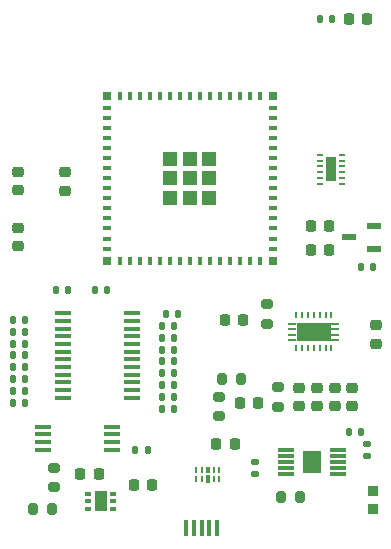
<source format=gbr>
%TF.GenerationSoftware,KiCad,Pcbnew,8.0.6*%
%TF.CreationDate,2024-11-27T15:15:38-08:00*%
%TF.ProjectId,DeskCleanerRobot,4465736b-436c-4656-916e-6572526f626f,rev?*%
%TF.SameCoordinates,Original*%
%TF.FileFunction,Paste,Top*%
%TF.FilePolarity,Positive*%
%FSLAX46Y46*%
G04 Gerber Fmt 4.6, Leading zero omitted, Abs format (unit mm)*
G04 Created by KiCad (PCBNEW 8.0.6) date 2024-11-27 15:15:38*
%MOMM*%
%LPD*%
G01*
G04 APERTURE LIST*
G04 Aperture macros list*
%AMRoundRect*
0 Rectangle with rounded corners*
0 $1 Rounding radius*
0 $2 $3 $4 $5 $6 $7 $8 $9 X,Y pos of 4 corners*
0 Add a 4 corners polygon primitive as box body*
4,1,4,$2,$3,$4,$5,$6,$7,$8,$9,$2,$3,0*
0 Add four circle primitives for the rounded corners*
1,1,$1+$1,$2,$3*
1,1,$1+$1,$4,$5*
1,1,$1+$1,$6,$7*
1,1,$1+$1,$8,$9*
0 Add four rect primitives between the rounded corners*
20,1,$1+$1,$2,$3,$4,$5,0*
20,1,$1+$1,$4,$5,$6,$7,0*
20,1,$1+$1,$6,$7,$8,$9,0*
20,1,$1+$1,$8,$9,$2,$3,0*%
G04 Aperture macros list end*
%ADD10O,0.240000X0.600000*%
%ADD11R,2.850000X1.580000*%
%ADD12R,0.775000X0.200000*%
%ADD13R,0.400000X1.400000*%
%ADD14RoundRect,0.135000X-0.135000X-0.185000X0.135000X-0.185000X0.135000X0.185000X-0.135000X0.185000X0*%
%ADD15R,1.475000X0.450000*%
%ADD16R,0.500000X0.250000*%
%ADD17R,0.900000X2.000000*%
%ADD18R,0.950000X0.900000*%
%ADD19R,0.600000X0.350000*%
%ADD20R,1.100000X1.700000*%
%ADD21R,0.800000X0.400000*%
%ADD22R,0.400000X0.800000*%
%ADD23R,1.200000X1.200000*%
%ADD24R,0.800000X0.800000*%
%ADD25R,0.250000X0.625000*%
%ADD26R,0.450000X0.700000*%
%ADD27R,0.450000X0.575000*%
%ADD28R,1.300000X0.600000*%
%ADD29R,1.400000X0.300000*%
%ADD30R,1.570000X1.880000*%
%ADD31RoundRect,0.225000X-0.250000X0.225000X-0.250000X-0.225000X0.250000X-0.225000X0.250000X0.225000X0*%
%ADD32RoundRect,0.135000X0.135000X0.185000X-0.135000X0.185000X-0.135000X-0.185000X0.135000X-0.185000X0*%
%ADD33RoundRect,0.218750X0.256250X-0.218750X0.256250X0.218750X-0.256250X0.218750X-0.256250X-0.218750X0*%
%ADD34RoundRect,0.135000X-0.185000X0.135000X-0.185000X-0.135000X0.185000X-0.135000X0.185000X0.135000X0*%
%ADD35RoundRect,0.225000X-0.225000X-0.250000X0.225000X-0.250000X0.225000X0.250000X-0.225000X0.250000X0*%
%ADD36RoundRect,0.225000X0.250000X-0.225000X0.250000X0.225000X-0.250000X0.225000X-0.250000X-0.225000X0*%
%ADD37RoundRect,0.225000X0.225000X0.250000X-0.225000X0.250000X-0.225000X-0.250000X0.225000X-0.250000X0*%
%ADD38RoundRect,0.200000X-0.200000X-0.275000X0.200000X-0.275000X0.200000X0.275000X-0.200000X0.275000X0*%
%ADD39RoundRect,0.200000X-0.275000X0.200000X-0.275000X-0.200000X0.275000X-0.200000X0.275000X0.200000X0*%
%ADD40RoundRect,0.200000X0.200000X0.275000X-0.200000X0.275000X-0.200000X-0.275000X0.200000X-0.275000X0*%
G04 APERTURE END LIST*
D10*
%TO.C,VR1*%
X128987000Y-65410000D03*
X129487000Y-65410000D03*
X129987000Y-65410000D03*
X130487000Y-65410000D03*
X130987000Y-65410000D03*
X131487000Y-65410000D03*
X131987000Y-65410000D03*
X131987000Y-62610000D03*
X131487000Y-62610000D03*
X130987000Y-62610000D03*
X130487000Y-62610000D03*
X129987000Y-62610000D03*
X129487000Y-62610000D03*
X128987000Y-62610000D03*
D11*
X130487000Y-64010000D03*
D12*
X128674000Y-63320000D03*
X128674000Y-63780000D03*
X128674000Y-64240000D03*
X128674000Y-64700000D03*
X132300000Y-64700000D03*
X132300000Y-64240000D03*
X132300000Y-63780000D03*
X132300000Y-63320000D03*
%TD*%
D13*
%TO.C,USB1*%
X119700000Y-80580000D03*
X120350000Y-80580000D03*
X121000000Y-80580000D03*
X121650000Y-80580000D03*
X122300000Y-80580000D03*
%TD*%
D14*
%TO.C,R28*%
X115390000Y-74000000D03*
X116410000Y-74000000D03*
%TD*%
D15*
%TO.C,PS1*%
X113438000Y-73975000D03*
X113438000Y-73325000D03*
X113438000Y-72675000D03*
X113438000Y-72025000D03*
X107562000Y-72025000D03*
X107562000Y-72675000D03*
X107562000Y-73325000D03*
X107562000Y-73975000D03*
%TD*%
D16*
%TO.C,MD1*%
X132900000Y-51500000D03*
X132900000Y-51000000D03*
X132900000Y-50500000D03*
X132900000Y-50000000D03*
X132900000Y-49500000D03*
X132900000Y-49000000D03*
X131000000Y-49000000D03*
X131000000Y-49500000D03*
X131000000Y-50000000D03*
X131000000Y-50500000D03*
X131000000Y-51000000D03*
X131000000Y-51500000D03*
D17*
X131950000Y-50250000D03*
%TD*%
D18*
%TO.C,LED1*%
X135500000Y-79000000D03*
X135500000Y-77500000D03*
%TD*%
D19*
%TO.C,LDO1*%
X111400000Y-77700000D03*
X111400000Y-78350000D03*
X111400000Y-79000000D03*
X113500000Y-79000000D03*
X113500000Y-78350000D03*
X113500000Y-77700000D03*
D20*
X112450000Y-78350000D03*
%TD*%
D21*
%TO.C,IC8*%
X113000000Y-45050000D03*
X113000000Y-45900000D03*
X113000000Y-46750000D03*
X113000000Y-47600000D03*
X113000000Y-48450000D03*
X113000000Y-49300000D03*
X113000000Y-50150000D03*
X113000000Y-51000000D03*
X113000000Y-51850000D03*
X113000000Y-52700000D03*
X113000000Y-53550000D03*
X113000000Y-54400000D03*
X113000000Y-55250000D03*
X113000000Y-56100000D03*
X113000000Y-56950000D03*
D22*
X114050000Y-58000000D03*
X114900000Y-58000000D03*
X115750000Y-58000000D03*
X116600000Y-58000000D03*
X117450000Y-58000000D03*
X118300000Y-58000000D03*
X119150000Y-58000000D03*
X120000000Y-58000000D03*
X120850000Y-58000000D03*
X121700000Y-58000000D03*
X122550000Y-58000000D03*
X123400000Y-58000000D03*
X124250000Y-58000000D03*
X125100000Y-58000000D03*
X125950000Y-58000000D03*
D21*
X127000000Y-56950000D03*
X127000000Y-56100000D03*
X127000000Y-55250000D03*
X127000000Y-54400000D03*
X127000000Y-53550000D03*
X127000000Y-52700000D03*
X127000000Y-51850000D03*
X127000000Y-51000000D03*
X127000000Y-50150000D03*
X127000000Y-49300000D03*
X127000000Y-48450000D03*
X127000000Y-47600000D03*
X127000000Y-46750000D03*
X127000000Y-45900000D03*
X127000000Y-45050000D03*
D22*
X125950000Y-44000000D03*
X125100000Y-44000000D03*
X124250000Y-44000000D03*
X123400000Y-44000000D03*
X122550000Y-44000000D03*
X121700000Y-44000000D03*
X120850000Y-44000000D03*
X120000000Y-44000000D03*
X119150000Y-44000000D03*
X118300000Y-44000000D03*
X117450000Y-44000000D03*
X116600000Y-44000000D03*
X115750000Y-44000000D03*
X114900000Y-44000000D03*
X114050000Y-44000000D03*
D23*
X120000000Y-51000000D03*
D24*
X113000000Y-44000000D03*
X113000000Y-58000000D03*
X127000000Y-58000000D03*
X127000000Y-44000000D03*
D23*
X118350000Y-49350000D03*
X118350000Y-51000000D03*
X118350000Y-52650000D03*
X120000000Y-52650000D03*
X121650000Y-52650000D03*
X121650000Y-51000000D03*
X121650000Y-49350000D03*
X120000000Y-49350000D03*
%TD*%
D15*
%TO.C,I2Ce1*%
X109262000Y-62425000D03*
X109262000Y-63075000D03*
X109262000Y-63725000D03*
X109262000Y-64375000D03*
X109262000Y-65025000D03*
X109262000Y-65675000D03*
X109262000Y-66325000D03*
X109262000Y-66975000D03*
X109262000Y-67625000D03*
X109262000Y-68275000D03*
X109262000Y-68925000D03*
X109262000Y-69575000D03*
X115138000Y-69575000D03*
X115138000Y-68925000D03*
X115138000Y-68275000D03*
X115138000Y-67625000D03*
X115138000Y-66975000D03*
X115138000Y-66325000D03*
X115138000Y-65675000D03*
X115138000Y-65025000D03*
X115138000Y-64375000D03*
X115138000Y-63725000D03*
X115138000Y-63075000D03*
X115138000Y-62425000D03*
%TD*%
D25*
%TO.C,ESD1*%
X120500000Y-76476000D03*
X121000000Y-76476000D03*
D26*
X121500000Y-76438000D03*
D25*
X122000000Y-76476000D03*
X122500000Y-76476000D03*
X122500000Y-75700000D03*
X122000000Y-75700000D03*
D27*
X121500000Y-75675000D03*
D25*
X121000000Y-75701000D03*
X120500000Y-75701000D03*
%TD*%
D28*
%TO.C,BM1*%
X135600000Y-56950000D03*
X135600000Y-55050000D03*
X133500000Y-56000000D03*
%TD*%
D29*
%TO.C,BC1*%
X128100000Y-74000000D03*
X128100000Y-74500000D03*
X128100000Y-75000000D03*
X128100000Y-75500000D03*
X128100000Y-76000000D03*
X132500000Y-76000000D03*
X132500000Y-75500000D03*
X132500000Y-75000000D03*
X132500000Y-74500000D03*
X132500000Y-74000000D03*
D30*
X130300000Y-75000000D03*
%TD*%
D31*
%TO.C,C2*%
X130750000Y-68725000D03*
X130750000Y-70275000D03*
%TD*%
D32*
%TO.C,R19*%
X106010000Y-70000000D03*
X104990000Y-70000000D03*
%TD*%
%TO.C,R12*%
X118685000Y-65500000D03*
X117665000Y-65500000D03*
%TD*%
D14*
%TO.C,R26*%
X134490000Y-58550000D03*
X135510000Y-58550000D03*
%TD*%
D32*
%TO.C,R6*%
X113010000Y-60500000D03*
X111990000Y-60500000D03*
%TD*%
D33*
%TO.C,L1*%
X135787500Y-65000000D03*
X135787500Y-63425000D03*
%TD*%
D31*
%TO.C,C12*%
X109450000Y-50500000D03*
X109450000Y-52050000D03*
%TD*%
D34*
%TO.C,R22*%
X125500000Y-74990000D03*
X125500000Y-76010000D03*
%TD*%
%TO.C,R25*%
X135000000Y-73500000D03*
X135000000Y-74520000D03*
%TD*%
D32*
%TO.C,R18*%
X106010000Y-69000000D03*
X104990000Y-69000000D03*
%TD*%
D31*
%TO.C,C8*%
X133750000Y-68725000D03*
X133750000Y-70275000D03*
%TD*%
%TO.C,C3*%
X129250000Y-68725000D03*
X129250000Y-70275000D03*
%TD*%
D35*
%TO.C,C13*%
X122225000Y-73500000D03*
X123775000Y-73500000D03*
%TD*%
D32*
%TO.C,R10*%
X106000000Y-63000000D03*
X104980000Y-63000000D03*
%TD*%
D36*
%TO.C,C9*%
X105450000Y-56775000D03*
X105450000Y-55225000D03*
%TD*%
D37*
%TO.C,C7*%
X125775000Y-70000000D03*
X124225000Y-70000000D03*
%TD*%
D32*
%TO.C,R9*%
X118685000Y-63500000D03*
X117665000Y-63500000D03*
%TD*%
%TO.C,R29*%
X118685000Y-67500000D03*
X117665000Y-67500000D03*
%TD*%
D14*
%TO.C,R24*%
X133490000Y-72500000D03*
X134510000Y-72500000D03*
%TD*%
D32*
%TO.C,R31*%
X118685000Y-69500000D03*
X117665000Y-69500000D03*
%TD*%
D31*
%TO.C,C4*%
X132250000Y-68725000D03*
X132250000Y-70275000D03*
%TD*%
D32*
%TO.C,R30*%
X118685000Y-68500000D03*
X117665000Y-68500000D03*
%TD*%
%TO.C,R17*%
X106010000Y-68000000D03*
X104990000Y-68000000D03*
%TD*%
D31*
%TO.C,C10*%
X105450000Y-50450000D03*
X105450000Y-52000000D03*
%TD*%
D38*
%TO.C,R1*%
X122675000Y-68000000D03*
X124325000Y-68000000D03*
%TD*%
D32*
%TO.C,R32*%
X118685000Y-70500000D03*
X117665000Y-70500000D03*
%TD*%
%TO.C,R14*%
X106000000Y-65000000D03*
X104980000Y-65000000D03*
%TD*%
D35*
%TO.C,C14*%
X115225000Y-77000000D03*
X116775000Y-77000000D03*
%TD*%
D32*
%TO.C,R11*%
X106010000Y-64000000D03*
X104990000Y-64000000D03*
%TD*%
D39*
%TO.C,R4*%
X127500000Y-68675000D03*
X127500000Y-70325000D03*
%TD*%
D32*
%TO.C,R15*%
X106010000Y-66000000D03*
X104990000Y-66000000D03*
%TD*%
%TO.C,R8*%
X118685000Y-64500000D03*
X117665000Y-64500000D03*
%TD*%
D39*
%TO.C,R20*%
X108500000Y-75500000D03*
X108500000Y-77150000D03*
%TD*%
D37*
%TO.C,C6*%
X131775000Y-57050000D03*
X130225000Y-57050000D03*
%TD*%
%TO.C,C1*%
X124500000Y-63000000D03*
X122950000Y-63000000D03*
%TD*%
D14*
%TO.C,R21*%
X130990000Y-37500000D03*
X132010000Y-37500000D03*
%TD*%
D32*
%TO.C,R7*%
X119010000Y-62500000D03*
X117990000Y-62500000D03*
%TD*%
%TO.C,R13*%
X118685000Y-66500000D03*
X117665000Y-66500000D03*
%TD*%
D35*
%TO.C,C11*%
X133450000Y-37500000D03*
X135000000Y-37500000D03*
%TD*%
D39*
%TO.C,R2*%
X122500000Y-69500000D03*
X122500000Y-71150000D03*
%TD*%
D32*
%TO.C,R5*%
X109685000Y-60500000D03*
X108665000Y-60500000D03*
%TD*%
D39*
%TO.C,R3*%
X126500000Y-61675000D03*
X126500000Y-63325000D03*
%TD*%
D37*
%TO.C,C5*%
X131775000Y-55050000D03*
X130225000Y-55050000D03*
%TD*%
D40*
%TO.C,R27*%
X108325000Y-79000000D03*
X106675000Y-79000000D03*
%TD*%
D35*
%TO.C,C15*%
X110725000Y-76000000D03*
X112275000Y-76000000D03*
%TD*%
D38*
%TO.C,R23*%
X129325000Y-78000000D03*
X127675000Y-78000000D03*
%TD*%
D32*
%TO.C,R16*%
X106010000Y-67000000D03*
X104990000Y-67000000D03*
%TD*%
M02*

</source>
